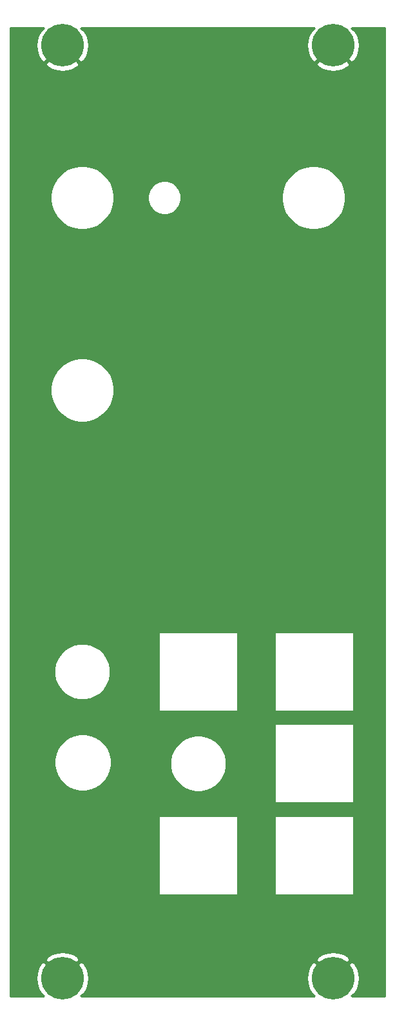
<source format=gbr>
%TF.GenerationSoftware,KiCad,Pcbnew,5.1.12-84ad8e8a86~92~ubuntu20.04.1*%
%TF.CreationDate,2021-12-18T13:57:56-05:00*%
%TF.ProjectId,front_panel,66726f6e-745f-4706-916e-656c2e6b6963,0*%
%TF.SameCoordinates,Original*%
%TF.FileFunction,Copper,L1,Top*%
%TF.FilePolarity,Positive*%
%FSLAX46Y46*%
G04 Gerber Fmt 4.6, Leading zero omitted, Abs format (unit mm)*
G04 Created by KiCad (PCBNEW 5.1.12-84ad8e8a86~92~ubuntu20.04.1) date 2021-12-18 13:57:56*
%MOMM*%
%LPD*%
G01*
G04 APERTURE LIST*
%TA.AperFunction,ComponentPad*%
%ADD10C,5.600000*%
%TD*%
%TA.AperFunction,Conductor*%
%ADD11C,0.254000*%
%TD*%
%TA.AperFunction,Conductor*%
%ADD12C,0.100000*%
%TD*%
G04 APERTURE END LIST*
D10*
%TO.P,H4,1*%
%TO.N,GND*%
X43060000Y-125500000D03*
%TD*%
%TO.P,H3,1*%
%TO.N,GND*%
X43060000Y-3000000D03*
%TD*%
%TO.P,H2,1*%
%TO.N,GND*%
X7500000Y-125500000D03*
%TD*%
%TO.P,H1,1*%
%TO.N,GND*%
X7500000Y-3000000D03*
%TD*%
D11*
%TO.N,GND*%
X5083517Y-763125D02*
X4634823Y-1075308D01*
X4314388Y-1671259D01*
X4116374Y-2318273D01*
X4048390Y-2991484D01*
X4113051Y-3665023D01*
X4307870Y-4313006D01*
X4625361Y-4910530D01*
X4634823Y-4924692D01*
X5083519Y-5236876D01*
X7320395Y-3000000D01*
X7306253Y-2985858D01*
X7485858Y-2806253D01*
X7500000Y-2820395D01*
X7514143Y-2806253D01*
X7693748Y-2985858D01*
X7679605Y-3000000D01*
X9916481Y-5236876D01*
X10365177Y-4924692D01*
X10685612Y-4328741D01*
X10883626Y-3681727D01*
X10951610Y-3008516D01*
X10886949Y-2334977D01*
X10692130Y-1686994D01*
X10374639Y-1089470D01*
X10365177Y-1075308D01*
X9916483Y-763125D01*
X10019608Y-660000D01*
X40540392Y-660000D01*
X40643517Y-763125D01*
X40194823Y-1075308D01*
X39874388Y-1671259D01*
X39676374Y-2318273D01*
X39608390Y-2991484D01*
X39673051Y-3665023D01*
X39867870Y-4313006D01*
X40185361Y-4910530D01*
X40194823Y-4924692D01*
X40643519Y-5236876D01*
X42880395Y-3000000D01*
X42866253Y-2985858D01*
X43045858Y-2806253D01*
X43060000Y-2820395D01*
X43074143Y-2806253D01*
X43253748Y-2985858D01*
X43239605Y-3000000D01*
X45476481Y-5236876D01*
X45925177Y-4924692D01*
X46245612Y-4328741D01*
X46443626Y-3681727D01*
X46511610Y-3008516D01*
X46446949Y-2334977D01*
X46252130Y-1686994D01*
X45934639Y-1089470D01*
X45925177Y-1075308D01*
X45476483Y-763125D01*
X45579608Y-660000D01*
X49840000Y-660000D01*
X49840001Y-127840000D01*
X45579608Y-127840000D01*
X45476483Y-127736875D01*
X45925177Y-127424692D01*
X46245612Y-126828741D01*
X46443626Y-126181727D01*
X46511610Y-125508516D01*
X46446949Y-124834977D01*
X46252130Y-124186994D01*
X45934639Y-123589470D01*
X45925177Y-123575308D01*
X45476481Y-123263124D01*
X43239605Y-125500000D01*
X43253748Y-125514143D01*
X43074143Y-125693748D01*
X43060000Y-125679605D01*
X43045858Y-125693748D01*
X42866253Y-125514143D01*
X42880395Y-125500000D01*
X40643519Y-123263124D01*
X40194823Y-123575308D01*
X39874388Y-124171259D01*
X39676374Y-124818273D01*
X39608390Y-125491484D01*
X39673051Y-126165023D01*
X39867870Y-126813006D01*
X40185361Y-127410530D01*
X40194823Y-127424692D01*
X40643517Y-127736875D01*
X40540392Y-127840000D01*
X10019608Y-127840000D01*
X9916483Y-127736875D01*
X10365177Y-127424692D01*
X10685612Y-126828741D01*
X10883626Y-126181727D01*
X10951610Y-125508516D01*
X10886949Y-124834977D01*
X10692130Y-124186994D01*
X10374639Y-123589470D01*
X10365177Y-123575308D01*
X9916481Y-123263124D01*
X7679605Y-125500000D01*
X7693748Y-125514143D01*
X7514143Y-125693748D01*
X7500000Y-125679605D01*
X7485858Y-125693748D01*
X7306253Y-125514143D01*
X7320395Y-125500000D01*
X5083519Y-123263124D01*
X4634823Y-123575308D01*
X4314388Y-124171259D01*
X4116374Y-124818273D01*
X4048390Y-125491484D01*
X4113051Y-126165023D01*
X4307870Y-126813006D01*
X4625361Y-127410530D01*
X4634823Y-127424692D01*
X5083517Y-127736875D01*
X4980392Y-127840000D01*
X660000Y-127840000D01*
X660000Y-123083519D01*
X5263124Y-123083519D01*
X7500000Y-125320395D01*
X9736876Y-123083519D01*
X40823124Y-123083519D01*
X43060000Y-125320395D01*
X45296876Y-123083519D01*
X44984692Y-122634823D01*
X44388741Y-122314388D01*
X43741727Y-122116374D01*
X43068516Y-122048390D01*
X42394977Y-122113051D01*
X41746994Y-122307870D01*
X41149470Y-122625361D01*
X41135308Y-122634823D01*
X40823124Y-123083519D01*
X9736876Y-123083519D01*
X9424692Y-122634823D01*
X8828741Y-122314388D01*
X8181727Y-122116374D01*
X7508516Y-122048390D01*
X6834977Y-122113051D01*
X6186994Y-122307870D01*
X5589470Y-122625361D01*
X5575308Y-122634823D01*
X5263124Y-123083519D01*
X660000Y-123083519D01*
X660000Y-104280000D01*
X20133000Y-104280000D01*
X20133000Y-114440000D01*
X20135440Y-114464776D01*
X20142667Y-114488601D01*
X20154403Y-114510557D01*
X20170197Y-114529803D01*
X20189443Y-114545597D01*
X20211399Y-114557333D01*
X20235224Y-114564560D01*
X20260000Y-114567000D01*
X30420000Y-114567000D01*
X30444776Y-114564560D01*
X30468601Y-114557333D01*
X30490557Y-114545597D01*
X30509803Y-114529803D01*
X30525597Y-114510557D01*
X30537333Y-114488601D01*
X30544560Y-114464776D01*
X30547000Y-114440000D01*
X30547000Y-104280000D01*
X35373000Y-104280000D01*
X35373000Y-114440000D01*
X35375440Y-114464776D01*
X35382667Y-114488601D01*
X35394403Y-114510557D01*
X35410197Y-114529803D01*
X35429443Y-114545597D01*
X35451399Y-114557333D01*
X35475224Y-114564560D01*
X35500000Y-114567000D01*
X45660000Y-114567000D01*
X45684776Y-114564560D01*
X45708601Y-114557333D01*
X45730557Y-114545597D01*
X45749803Y-114529803D01*
X45765597Y-114510557D01*
X45777333Y-114488601D01*
X45784560Y-114464776D01*
X45787000Y-114440000D01*
X45787000Y-104280000D01*
X45784560Y-104255224D01*
X45777333Y-104231399D01*
X45765597Y-104209443D01*
X45749803Y-104190197D01*
X45730557Y-104174403D01*
X45708601Y-104162667D01*
X45684776Y-104155440D01*
X45660000Y-104153000D01*
X35500000Y-104153000D01*
X35475224Y-104155440D01*
X35451399Y-104162667D01*
X35429443Y-104174403D01*
X35410197Y-104190197D01*
X35394403Y-104209443D01*
X35382667Y-104231399D01*
X35375440Y-104255224D01*
X35373000Y-104280000D01*
X30547000Y-104280000D01*
X30544560Y-104255224D01*
X30537333Y-104231399D01*
X30525597Y-104209443D01*
X30509803Y-104190197D01*
X30490557Y-104174403D01*
X30468601Y-104162667D01*
X30444776Y-104155440D01*
X30420000Y-104153000D01*
X20260000Y-104153000D01*
X20235224Y-104155440D01*
X20211399Y-104162667D01*
X20189443Y-104174403D01*
X20170197Y-104190197D01*
X20154403Y-104209443D01*
X20142667Y-104231399D01*
X20135440Y-104255224D01*
X20133000Y-104280000D01*
X660000Y-104280000D01*
X660000Y-96784495D01*
X6398202Y-96784495D01*
X6398202Y-97525505D01*
X6542766Y-98252276D01*
X6826338Y-98936880D01*
X7238020Y-99553007D01*
X7761993Y-100076980D01*
X8378120Y-100488662D01*
X9062724Y-100772234D01*
X9789495Y-100916798D01*
X10530505Y-100916798D01*
X11257276Y-100772234D01*
X11941880Y-100488662D01*
X12558007Y-100076980D01*
X13081980Y-99553007D01*
X13493662Y-98936880D01*
X13777234Y-98252276D01*
X13921798Y-97525505D01*
X13921798Y-96929396D01*
X21627961Y-96929396D01*
X21627961Y-97660604D01*
X21770613Y-98377762D01*
X22050434Y-99053310D01*
X22456671Y-99661287D01*
X22973713Y-100178329D01*
X23581690Y-100584566D01*
X24257238Y-100864387D01*
X24974396Y-101007039D01*
X25705604Y-101007039D01*
X26422762Y-100864387D01*
X27098310Y-100584566D01*
X27706287Y-100178329D01*
X28223329Y-99661287D01*
X28629566Y-99053310D01*
X28909387Y-98377762D01*
X29052039Y-97660604D01*
X29052039Y-96929396D01*
X28909387Y-96212238D01*
X28629566Y-95536690D01*
X28223329Y-94928713D01*
X27706287Y-94411671D01*
X27098310Y-94005434D01*
X26422762Y-93725613D01*
X25705604Y-93582961D01*
X24974396Y-93582961D01*
X24257238Y-93725613D01*
X23581690Y-94005434D01*
X22973713Y-94411671D01*
X22456671Y-94928713D01*
X22050434Y-95536690D01*
X21770613Y-96212238D01*
X21627961Y-96929396D01*
X13921798Y-96929396D01*
X13921798Y-96784495D01*
X13777234Y-96057724D01*
X13493662Y-95373120D01*
X13081980Y-94756993D01*
X12558007Y-94233020D01*
X11941880Y-93821338D01*
X11257276Y-93537766D01*
X10530505Y-93393202D01*
X9789495Y-93393202D01*
X9062724Y-93537766D01*
X8378120Y-93821338D01*
X7761993Y-94233020D01*
X7238020Y-94756993D01*
X6826338Y-95373120D01*
X6542766Y-96057724D01*
X6398202Y-96784495D01*
X660000Y-96784495D01*
X660000Y-92215000D01*
X35373000Y-92215000D01*
X35373000Y-102375000D01*
X35375440Y-102399776D01*
X35382667Y-102423601D01*
X35394403Y-102445557D01*
X35410197Y-102464803D01*
X35429443Y-102480597D01*
X35451399Y-102492333D01*
X35475224Y-102499560D01*
X35500000Y-102502000D01*
X45660000Y-102502000D01*
X45684776Y-102499560D01*
X45708601Y-102492333D01*
X45730557Y-102480597D01*
X45749803Y-102464803D01*
X45765597Y-102445557D01*
X45777333Y-102423601D01*
X45784560Y-102399776D01*
X45787000Y-102375000D01*
X45787000Y-92215000D01*
X45784560Y-92190224D01*
X45777333Y-92166399D01*
X45765597Y-92144443D01*
X45749803Y-92125197D01*
X45730557Y-92109403D01*
X45708601Y-92097667D01*
X45684776Y-92090440D01*
X45660000Y-92088000D01*
X35500000Y-92088000D01*
X35475224Y-92090440D01*
X35451399Y-92097667D01*
X35429443Y-92109403D01*
X35410197Y-92125197D01*
X35394403Y-92144443D01*
X35382667Y-92166399D01*
X35375440Y-92190224D01*
X35373000Y-92215000D01*
X660000Y-92215000D01*
X660000Y-84864396D01*
X6387961Y-84864396D01*
X6387961Y-85595604D01*
X6530613Y-86312762D01*
X6810434Y-86988310D01*
X7216671Y-87596287D01*
X7733713Y-88113329D01*
X8341690Y-88519566D01*
X9017238Y-88799387D01*
X9734396Y-88942039D01*
X10465604Y-88942039D01*
X11182762Y-88799387D01*
X11858310Y-88519566D01*
X12466287Y-88113329D01*
X12983329Y-87596287D01*
X13389566Y-86988310D01*
X13669387Y-86312762D01*
X13812039Y-85595604D01*
X13812039Y-84864396D01*
X13669387Y-84147238D01*
X13389566Y-83471690D01*
X12983329Y-82863713D01*
X12466287Y-82346671D01*
X11858310Y-81940434D01*
X11182762Y-81660613D01*
X10465604Y-81517961D01*
X9734396Y-81517961D01*
X9017238Y-81660613D01*
X8341690Y-81940434D01*
X7733713Y-82346671D01*
X7216671Y-82863713D01*
X6810434Y-83471690D01*
X6530613Y-84147238D01*
X6387961Y-84864396D01*
X660000Y-84864396D01*
X660000Y-80150000D01*
X20133000Y-80150000D01*
X20133000Y-90310000D01*
X20135440Y-90334776D01*
X20142667Y-90358601D01*
X20154403Y-90380557D01*
X20170197Y-90399803D01*
X20189443Y-90415597D01*
X20211399Y-90427333D01*
X20235224Y-90434560D01*
X20260000Y-90437000D01*
X30420000Y-90437000D01*
X30444776Y-90434560D01*
X30468601Y-90427333D01*
X30490557Y-90415597D01*
X30509803Y-90399803D01*
X30525597Y-90380557D01*
X30537333Y-90358601D01*
X30544560Y-90334776D01*
X30547000Y-90310000D01*
X30547000Y-80150000D01*
X35373000Y-80150000D01*
X35373000Y-90310000D01*
X35375440Y-90334776D01*
X35382667Y-90358601D01*
X35394403Y-90380557D01*
X35410197Y-90399803D01*
X35429443Y-90415597D01*
X35451399Y-90427333D01*
X35475224Y-90434560D01*
X35500000Y-90437000D01*
X45660000Y-90437000D01*
X45684776Y-90434560D01*
X45708601Y-90427333D01*
X45730557Y-90415597D01*
X45749803Y-90399803D01*
X45765597Y-90380557D01*
X45777333Y-90358601D01*
X45784560Y-90334776D01*
X45787000Y-90310000D01*
X45787000Y-80150000D01*
X45784560Y-80125224D01*
X45777333Y-80101399D01*
X45765597Y-80079443D01*
X45749803Y-80060197D01*
X45730557Y-80044403D01*
X45708601Y-80032667D01*
X45684776Y-80025440D01*
X45660000Y-80023000D01*
X35500000Y-80023000D01*
X35475224Y-80025440D01*
X35451399Y-80032667D01*
X35429443Y-80044403D01*
X35410197Y-80060197D01*
X35394403Y-80079443D01*
X35382667Y-80101399D01*
X35375440Y-80125224D01*
X35373000Y-80150000D01*
X30547000Y-80150000D01*
X30544560Y-80125224D01*
X30537333Y-80101399D01*
X30525597Y-80079443D01*
X30509803Y-80060197D01*
X30490557Y-80044403D01*
X30468601Y-80032667D01*
X30444776Y-80025440D01*
X30420000Y-80023000D01*
X20260000Y-80023000D01*
X20235224Y-80025440D01*
X20211399Y-80032667D01*
X20189443Y-80044403D01*
X20170197Y-80060197D01*
X20154403Y-80079443D01*
X20142667Y-80101399D01*
X20135440Y-80125224D01*
X20133000Y-80150000D01*
X660000Y-80150000D01*
X660000Y-47845387D01*
X5890369Y-47845387D01*
X5890369Y-48674613D01*
X6052142Y-49487904D01*
X6369473Y-50254008D01*
X6830166Y-50943484D01*
X7416516Y-51529834D01*
X8105992Y-51990527D01*
X8872096Y-52307858D01*
X9685387Y-52469631D01*
X10514613Y-52469631D01*
X11327904Y-52307858D01*
X12094008Y-51990527D01*
X12783484Y-51529834D01*
X13369834Y-50943484D01*
X13830527Y-50254008D01*
X14147858Y-49487904D01*
X14309631Y-48674613D01*
X14309631Y-47845387D01*
X14147858Y-47032096D01*
X13830527Y-46265992D01*
X13369834Y-45576516D01*
X12783484Y-44990166D01*
X12094008Y-44529473D01*
X11327904Y-44212142D01*
X10514613Y-44050369D01*
X9685387Y-44050369D01*
X8872096Y-44212142D01*
X8105992Y-44529473D01*
X7416516Y-44990166D01*
X6830166Y-45576516D01*
X6369473Y-46265992D01*
X6052142Y-47032096D01*
X5890369Y-47845387D01*
X660000Y-47845387D01*
X660000Y-22585387D01*
X5890369Y-22585387D01*
X5890369Y-23414613D01*
X6052142Y-24227904D01*
X6369473Y-24994008D01*
X6830166Y-25683484D01*
X7416516Y-26269834D01*
X8105992Y-26730527D01*
X8872096Y-27047858D01*
X9685387Y-27209631D01*
X10514613Y-27209631D01*
X11327904Y-27047858D01*
X12094008Y-26730527D01*
X12783484Y-26269834D01*
X13369834Y-25683484D01*
X13830527Y-24994008D01*
X14147858Y-24227904D01*
X14309631Y-23414613D01*
X14309631Y-22781422D01*
X18675738Y-22781422D01*
X18675738Y-23218578D01*
X18761023Y-23647335D01*
X18928316Y-24051215D01*
X19171187Y-24414697D01*
X19480303Y-24723813D01*
X19843785Y-24966684D01*
X20247665Y-25133977D01*
X20676422Y-25219262D01*
X21113578Y-25219262D01*
X21542335Y-25133977D01*
X21946215Y-24966684D01*
X22309697Y-24723813D01*
X22618813Y-24414697D01*
X22861684Y-24051215D01*
X23028977Y-23647335D01*
X23114262Y-23218578D01*
X23114262Y-22781422D01*
X23075269Y-22585387D01*
X36280369Y-22585387D01*
X36280369Y-23414613D01*
X36442142Y-24227904D01*
X36759473Y-24994008D01*
X37220166Y-25683484D01*
X37806516Y-26269834D01*
X38495992Y-26730527D01*
X39262096Y-27047858D01*
X40075387Y-27209631D01*
X40904613Y-27209631D01*
X41717904Y-27047858D01*
X42484008Y-26730527D01*
X43173484Y-26269834D01*
X43759834Y-25683484D01*
X44220527Y-24994008D01*
X44537858Y-24227904D01*
X44699631Y-23414613D01*
X44699631Y-22585387D01*
X44537858Y-21772096D01*
X44220527Y-21005992D01*
X43759834Y-20316516D01*
X43173484Y-19730166D01*
X42484008Y-19269473D01*
X41717904Y-18952142D01*
X40904613Y-18790369D01*
X40075387Y-18790369D01*
X39262096Y-18952142D01*
X38495992Y-19269473D01*
X37806516Y-19730166D01*
X37220166Y-20316516D01*
X36759473Y-21005992D01*
X36442142Y-21772096D01*
X36280369Y-22585387D01*
X23075269Y-22585387D01*
X23028977Y-22352665D01*
X22861684Y-21948785D01*
X22618813Y-21585303D01*
X22309697Y-21276187D01*
X21946215Y-21033316D01*
X21542335Y-20866023D01*
X21113578Y-20780738D01*
X20676422Y-20780738D01*
X20247665Y-20866023D01*
X19843785Y-21033316D01*
X19480303Y-21276187D01*
X19171187Y-21585303D01*
X18928316Y-21948785D01*
X18761023Y-22352665D01*
X18675738Y-22781422D01*
X14309631Y-22781422D01*
X14309631Y-22585387D01*
X14147858Y-21772096D01*
X13830527Y-21005992D01*
X13369834Y-20316516D01*
X12783484Y-19730166D01*
X12094008Y-19269473D01*
X11327904Y-18952142D01*
X10514613Y-18790369D01*
X9685387Y-18790369D01*
X8872096Y-18952142D01*
X8105992Y-19269473D01*
X7416516Y-19730166D01*
X6830166Y-20316516D01*
X6369473Y-21005992D01*
X6052142Y-21772096D01*
X5890369Y-22585387D01*
X660000Y-22585387D01*
X660000Y-5416481D01*
X5263124Y-5416481D01*
X5575308Y-5865177D01*
X6171259Y-6185612D01*
X6818273Y-6383626D01*
X7491484Y-6451610D01*
X8165023Y-6386949D01*
X8813006Y-6192130D01*
X9410530Y-5874639D01*
X9424692Y-5865177D01*
X9736876Y-5416481D01*
X40823124Y-5416481D01*
X41135308Y-5865177D01*
X41731259Y-6185612D01*
X42378273Y-6383626D01*
X43051484Y-6451610D01*
X43725023Y-6386949D01*
X44373006Y-6192130D01*
X44970530Y-5874639D01*
X44984692Y-5865177D01*
X45296876Y-5416481D01*
X43060000Y-3179605D01*
X40823124Y-5416481D01*
X9736876Y-5416481D01*
X7500000Y-3179605D01*
X5263124Y-5416481D01*
X660000Y-5416481D01*
X660000Y-660000D01*
X4980392Y-660000D01*
X5083517Y-763125D01*
%TA.AperFunction,Conductor*%
D12*
G36*
X5083517Y-763125D02*
G01*
X4634823Y-1075308D01*
X4314388Y-1671259D01*
X4116374Y-2318273D01*
X4048390Y-2991484D01*
X4113051Y-3665023D01*
X4307870Y-4313006D01*
X4625361Y-4910530D01*
X4634823Y-4924692D01*
X5083519Y-5236876D01*
X7320395Y-3000000D01*
X7306253Y-2985858D01*
X7485858Y-2806253D01*
X7500000Y-2820395D01*
X7514143Y-2806253D01*
X7693748Y-2985858D01*
X7679605Y-3000000D01*
X9916481Y-5236876D01*
X10365177Y-4924692D01*
X10685612Y-4328741D01*
X10883626Y-3681727D01*
X10951610Y-3008516D01*
X10886949Y-2334977D01*
X10692130Y-1686994D01*
X10374639Y-1089470D01*
X10365177Y-1075308D01*
X9916483Y-763125D01*
X10019608Y-660000D01*
X40540392Y-660000D01*
X40643517Y-763125D01*
X40194823Y-1075308D01*
X39874388Y-1671259D01*
X39676374Y-2318273D01*
X39608390Y-2991484D01*
X39673051Y-3665023D01*
X39867870Y-4313006D01*
X40185361Y-4910530D01*
X40194823Y-4924692D01*
X40643519Y-5236876D01*
X42880395Y-3000000D01*
X42866253Y-2985858D01*
X43045858Y-2806253D01*
X43060000Y-2820395D01*
X43074143Y-2806253D01*
X43253748Y-2985858D01*
X43239605Y-3000000D01*
X45476481Y-5236876D01*
X45925177Y-4924692D01*
X46245612Y-4328741D01*
X46443626Y-3681727D01*
X46511610Y-3008516D01*
X46446949Y-2334977D01*
X46252130Y-1686994D01*
X45934639Y-1089470D01*
X45925177Y-1075308D01*
X45476483Y-763125D01*
X45579608Y-660000D01*
X49840000Y-660000D01*
X49840001Y-127840000D01*
X45579608Y-127840000D01*
X45476483Y-127736875D01*
X45925177Y-127424692D01*
X46245612Y-126828741D01*
X46443626Y-126181727D01*
X46511610Y-125508516D01*
X46446949Y-124834977D01*
X46252130Y-124186994D01*
X45934639Y-123589470D01*
X45925177Y-123575308D01*
X45476481Y-123263124D01*
X43239605Y-125500000D01*
X43253748Y-125514143D01*
X43074143Y-125693748D01*
X43060000Y-125679605D01*
X43045858Y-125693748D01*
X42866253Y-125514143D01*
X42880395Y-125500000D01*
X40643519Y-123263124D01*
X40194823Y-123575308D01*
X39874388Y-124171259D01*
X39676374Y-124818273D01*
X39608390Y-125491484D01*
X39673051Y-126165023D01*
X39867870Y-126813006D01*
X40185361Y-127410530D01*
X40194823Y-127424692D01*
X40643517Y-127736875D01*
X40540392Y-127840000D01*
X10019608Y-127840000D01*
X9916483Y-127736875D01*
X10365177Y-127424692D01*
X10685612Y-126828741D01*
X10883626Y-126181727D01*
X10951610Y-125508516D01*
X10886949Y-124834977D01*
X10692130Y-124186994D01*
X10374639Y-123589470D01*
X10365177Y-123575308D01*
X9916481Y-123263124D01*
X7679605Y-125500000D01*
X7693748Y-125514143D01*
X7514143Y-125693748D01*
X7500000Y-125679605D01*
X7485858Y-125693748D01*
X7306253Y-125514143D01*
X7320395Y-125500000D01*
X5083519Y-123263124D01*
X4634823Y-123575308D01*
X4314388Y-124171259D01*
X4116374Y-124818273D01*
X4048390Y-125491484D01*
X4113051Y-126165023D01*
X4307870Y-126813006D01*
X4625361Y-127410530D01*
X4634823Y-127424692D01*
X5083517Y-127736875D01*
X4980392Y-127840000D01*
X660000Y-127840000D01*
X660000Y-123083519D01*
X5263124Y-123083519D01*
X7500000Y-125320395D01*
X9736876Y-123083519D01*
X40823124Y-123083519D01*
X43060000Y-125320395D01*
X45296876Y-123083519D01*
X44984692Y-122634823D01*
X44388741Y-122314388D01*
X43741727Y-122116374D01*
X43068516Y-122048390D01*
X42394977Y-122113051D01*
X41746994Y-122307870D01*
X41149470Y-122625361D01*
X41135308Y-122634823D01*
X40823124Y-123083519D01*
X9736876Y-123083519D01*
X9424692Y-122634823D01*
X8828741Y-122314388D01*
X8181727Y-122116374D01*
X7508516Y-122048390D01*
X6834977Y-122113051D01*
X6186994Y-122307870D01*
X5589470Y-122625361D01*
X5575308Y-122634823D01*
X5263124Y-123083519D01*
X660000Y-123083519D01*
X660000Y-104280000D01*
X20133000Y-104280000D01*
X20133000Y-114440000D01*
X20135440Y-114464776D01*
X20142667Y-114488601D01*
X20154403Y-114510557D01*
X20170197Y-114529803D01*
X20189443Y-114545597D01*
X20211399Y-114557333D01*
X20235224Y-114564560D01*
X20260000Y-114567000D01*
X30420000Y-114567000D01*
X30444776Y-114564560D01*
X30468601Y-114557333D01*
X30490557Y-114545597D01*
X30509803Y-114529803D01*
X30525597Y-114510557D01*
X30537333Y-114488601D01*
X30544560Y-114464776D01*
X30547000Y-114440000D01*
X30547000Y-104280000D01*
X35373000Y-104280000D01*
X35373000Y-114440000D01*
X35375440Y-114464776D01*
X35382667Y-114488601D01*
X35394403Y-114510557D01*
X35410197Y-114529803D01*
X35429443Y-114545597D01*
X35451399Y-114557333D01*
X35475224Y-114564560D01*
X35500000Y-114567000D01*
X45660000Y-114567000D01*
X45684776Y-114564560D01*
X45708601Y-114557333D01*
X45730557Y-114545597D01*
X45749803Y-114529803D01*
X45765597Y-114510557D01*
X45777333Y-114488601D01*
X45784560Y-114464776D01*
X45787000Y-114440000D01*
X45787000Y-104280000D01*
X45784560Y-104255224D01*
X45777333Y-104231399D01*
X45765597Y-104209443D01*
X45749803Y-104190197D01*
X45730557Y-104174403D01*
X45708601Y-104162667D01*
X45684776Y-104155440D01*
X45660000Y-104153000D01*
X35500000Y-104153000D01*
X35475224Y-104155440D01*
X35451399Y-104162667D01*
X35429443Y-104174403D01*
X35410197Y-104190197D01*
X35394403Y-104209443D01*
X35382667Y-104231399D01*
X35375440Y-104255224D01*
X35373000Y-104280000D01*
X30547000Y-104280000D01*
X30544560Y-104255224D01*
X30537333Y-104231399D01*
X30525597Y-104209443D01*
X30509803Y-104190197D01*
X30490557Y-104174403D01*
X30468601Y-104162667D01*
X30444776Y-104155440D01*
X30420000Y-104153000D01*
X20260000Y-104153000D01*
X20235224Y-104155440D01*
X20211399Y-104162667D01*
X20189443Y-104174403D01*
X20170197Y-104190197D01*
X20154403Y-104209443D01*
X20142667Y-104231399D01*
X20135440Y-104255224D01*
X20133000Y-104280000D01*
X660000Y-104280000D01*
X660000Y-96784495D01*
X6398202Y-96784495D01*
X6398202Y-97525505D01*
X6542766Y-98252276D01*
X6826338Y-98936880D01*
X7238020Y-99553007D01*
X7761993Y-100076980D01*
X8378120Y-100488662D01*
X9062724Y-100772234D01*
X9789495Y-100916798D01*
X10530505Y-100916798D01*
X11257276Y-100772234D01*
X11941880Y-100488662D01*
X12558007Y-100076980D01*
X13081980Y-99553007D01*
X13493662Y-98936880D01*
X13777234Y-98252276D01*
X13921798Y-97525505D01*
X13921798Y-96929396D01*
X21627961Y-96929396D01*
X21627961Y-97660604D01*
X21770613Y-98377762D01*
X22050434Y-99053310D01*
X22456671Y-99661287D01*
X22973713Y-100178329D01*
X23581690Y-100584566D01*
X24257238Y-100864387D01*
X24974396Y-101007039D01*
X25705604Y-101007039D01*
X26422762Y-100864387D01*
X27098310Y-100584566D01*
X27706287Y-100178329D01*
X28223329Y-99661287D01*
X28629566Y-99053310D01*
X28909387Y-98377762D01*
X29052039Y-97660604D01*
X29052039Y-96929396D01*
X28909387Y-96212238D01*
X28629566Y-95536690D01*
X28223329Y-94928713D01*
X27706287Y-94411671D01*
X27098310Y-94005434D01*
X26422762Y-93725613D01*
X25705604Y-93582961D01*
X24974396Y-93582961D01*
X24257238Y-93725613D01*
X23581690Y-94005434D01*
X22973713Y-94411671D01*
X22456671Y-94928713D01*
X22050434Y-95536690D01*
X21770613Y-96212238D01*
X21627961Y-96929396D01*
X13921798Y-96929396D01*
X13921798Y-96784495D01*
X13777234Y-96057724D01*
X13493662Y-95373120D01*
X13081980Y-94756993D01*
X12558007Y-94233020D01*
X11941880Y-93821338D01*
X11257276Y-93537766D01*
X10530505Y-93393202D01*
X9789495Y-93393202D01*
X9062724Y-93537766D01*
X8378120Y-93821338D01*
X7761993Y-94233020D01*
X7238020Y-94756993D01*
X6826338Y-95373120D01*
X6542766Y-96057724D01*
X6398202Y-96784495D01*
X660000Y-96784495D01*
X660000Y-92215000D01*
X35373000Y-92215000D01*
X35373000Y-102375000D01*
X35375440Y-102399776D01*
X35382667Y-102423601D01*
X35394403Y-102445557D01*
X35410197Y-102464803D01*
X35429443Y-102480597D01*
X35451399Y-102492333D01*
X35475224Y-102499560D01*
X35500000Y-102502000D01*
X45660000Y-102502000D01*
X45684776Y-102499560D01*
X45708601Y-102492333D01*
X45730557Y-102480597D01*
X45749803Y-102464803D01*
X45765597Y-102445557D01*
X45777333Y-102423601D01*
X45784560Y-102399776D01*
X45787000Y-102375000D01*
X45787000Y-92215000D01*
X45784560Y-92190224D01*
X45777333Y-92166399D01*
X45765597Y-92144443D01*
X45749803Y-92125197D01*
X45730557Y-92109403D01*
X45708601Y-92097667D01*
X45684776Y-92090440D01*
X45660000Y-92088000D01*
X35500000Y-92088000D01*
X35475224Y-92090440D01*
X35451399Y-92097667D01*
X35429443Y-92109403D01*
X35410197Y-92125197D01*
X35394403Y-92144443D01*
X35382667Y-92166399D01*
X35375440Y-92190224D01*
X35373000Y-92215000D01*
X660000Y-92215000D01*
X660000Y-84864396D01*
X6387961Y-84864396D01*
X6387961Y-85595604D01*
X6530613Y-86312762D01*
X6810434Y-86988310D01*
X7216671Y-87596287D01*
X7733713Y-88113329D01*
X8341690Y-88519566D01*
X9017238Y-88799387D01*
X9734396Y-88942039D01*
X10465604Y-88942039D01*
X11182762Y-88799387D01*
X11858310Y-88519566D01*
X12466287Y-88113329D01*
X12983329Y-87596287D01*
X13389566Y-86988310D01*
X13669387Y-86312762D01*
X13812039Y-85595604D01*
X13812039Y-84864396D01*
X13669387Y-84147238D01*
X13389566Y-83471690D01*
X12983329Y-82863713D01*
X12466287Y-82346671D01*
X11858310Y-81940434D01*
X11182762Y-81660613D01*
X10465604Y-81517961D01*
X9734396Y-81517961D01*
X9017238Y-81660613D01*
X8341690Y-81940434D01*
X7733713Y-82346671D01*
X7216671Y-82863713D01*
X6810434Y-83471690D01*
X6530613Y-84147238D01*
X6387961Y-84864396D01*
X660000Y-84864396D01*
X660000Y-80150000D01*
X20133000Y-80150000D01*
X20133000Y-90310000D01*
X20135440Y-90334776D01*
X20142667Y-90358601D01*
X20154403Y-90380557D01*
X20170197Y-90399803D01*
X20189443Y-90415597D01*
X20211399Y-90427333D01*
X20235224Y-90434560D01*
X20260000Y-90437000D01*
X30420000Y-90437000D01*
X30444776Y-90434560D01*
X30468601Y-90427333D01*
X30490557Y-90415597D01*
X30509803Y-90399803D01*
X30525597Y-90380557D01*
X30537333Y-90358601D01*
X30544560Y-90334776D01*
X30547000Y-90310000D01*
X30547000Y-80150000D01*
X35373000Y-80150000D01*
X35373000Y-90310000D01*
X35375440Y-90334776D01*
X35382667Y-90358601D01*
X35394403Y-90380557D01*
X35410197Y-90399803D01*
X35429443Y-90415597D01*
X35451399Y-90427333D01*
X35475224Y-90434560D01*
X35500000Y-90437000D01*
X45660000Y-90437000D01*
X45684776Y-90434560D01*
X45708601Y-90427333D01*
X45730557Y-90415597D01*
X45749803Y-90399803D01*
X45765597Y-90380557D01*
X45777333Y-90358601D01*
X45784560Y-90334776D01*
X45787000Y-90310000D01*
X45787000Y-80150000D01*
X45784560Y-80125224D01*
X45777333Y-80101399D01*
X45765597Y-80079443D01*
X45749803Y-80060197D01*
X45730557Y-80044403D01*
X45708601Y-80032667D01*
X45684776Y-80025440D01*
X45660000Y-80023000D01*
X35500000Y-80023000D01*
X35475224Y-80025440D01*
X35451399Y-80032667D01*
X35429443Y-80044403D01*
X35410197Y-80060197D01*
X35394403Y-80079443D01*
X35382667Y-80101399D01*
X35375440Y-80125224D01*
X35373000Y-80150000D01*
X30547000Y-80150000D01*
X30544560Y-80125224D01*
X30537333Y-80101399D01*
X30525597Y-80079443D01*
X30509803Y-80060197D01*
X30490557Y-80044403D01*
X30468601Y-80032667D01*
X30444776Y-80025440D01*
X30420000Y-80023000D01*
X20260000Y-80023000D01*
X20235224Y-80025440D01*
X20211399Y-80032667D01*
X20189443Y-80044403D01*
X20170197Y-80060197D01*
X20154403Y-80079443D01*
X20142667Y-80101399D01*
X20135440Y-80125224D01*
X20133000Y-80150000D01*
X660000Y-80150000D01*
X660000Y-47845387D01*
X5890369Y-47845387D01*
X5890369Y-48674613D01*
X6052142Y-49487904D01*
X6369473Y-50254008D01*
X6830166Y-50943484D01*
X7416516Y-51529834D01*
X8105992Y-51990527D01*
X8872096Y-52307858D01*
X9685387Y-52469631D01*
X10514613Y-52469631D01*
X11327904Y-52307858D01*
X12094008Y-51990527D01*
X12783484Y-51529834D01*
X13369834Y-50943484D01*
X13830527Y-50254008D01*
X14147858Y-49487904D01*
X14309631Y-48674613D01*
X14309631Y-47845387D01*
X14147858Y-47032096D01*
X13830527Y-46265992D01*
X13369834Y-45576516D01*
X12783484Y-44990166D01*
X12094008Y-44529473D01*
X11327904Y-44212142D01*
X10514613Y-44050369D01*
X9685387Y-44050369D01*
X8872096Y-44212142D01*
X8105992Y-44529473D01*
X7416516Y-44990166D01*
X6830166Y-45576516D01*
X6369473Y-46265992D01*
X6052142Y-47032096D01*
X5890369Y-47845387D01*
X660000Y-47845387D01*
X660000Y-22585387D01*
X5890369Y-22585387D01*
X5890369Y-23414613D01*
X6052142Y-24227904D01*
X6369473Y-24994008D01*
X6830166Y-25683484D01*
X7416516Y-26269834D01*
X8105992Y-26730527D01*
X8872096Y-27047858D01*
X9685387Y-27209631D01*
X10514613Y-27209631D01*
X11327904Y-27047858D01*
X12094008Y-26730527D01*
X12783484Y-26269834D01*
X13369834Y-25683484D01*
X13830527Y-24994008D01*
X14147858Y-24227904D01*
X14309631Y-23414613D01*
X14309631Y-22781422D01*
X18675738Y-22781422D01*
X18675738Y-23218578D01*
X18761023Y-23647335D01*
X18928316Y-24051215D01*
X19171187Y-24414697D01*
X19480303Y-24723813D01*
X19843785Y-24966684D01*
X20247665Y-25133977D01*
X20676422Y-25219262D01*
X21113578Y-25219262D01*
X21542335Y-25133977D01*
X21946215Y-24966684D01*
X22309697Y-24723813D01*
X22618813Y-24414697D01*
X22861684Y-24051215D01*
X23028977Y-23647335D01*
X23114262Y-23218578D01*
X23114262Y-22781422D01*
X23075269Y-22585387D01*
X36280369Y-22585387D01*
X36280369Y-23414613D01*
X36442142Y-24227904D01*
X36759473Y-24994008D01*
X37220166Y-25683484D01*
X37806516Y-26269834D01*
X38495992Y-26730527D01*
X39262096Y-27047858D01*
X40075387Y-27209631D01*
X40904613Y-27209631D01*
X41717904Y-27047858D01*
X42484008Y-26730527D01*
X43173484Y-26269834D01*
X43759834Y-25683484D01*
X44220527Y-24994008D01*
X44537858Y-24227904D01*
X44699631Y-23414613D01*
X44699631Y-22585387D01*
X44537858Y-21772096D01*
X44220527Y-21005992D01*
X43759834Y-20316516D01*
X43173484Y-19730166D01*
X42484008Y-19269473D01*
X41717904Y-18952142D01*
X40904613Y-18790369D01*
X40075387Y-18790369D01*
X39262096Y-18952142D01*
X38495992Y-19269473D01*
X37806516Y-19730166D01*
X37220166Y-20316516D01*
X36759473Y-21005992D01*
X36442142Y-21772096D01*
X36280369Y-22585387D01*
X23075269Y-22585387D01*
X23028977Y-22352665D01*
X22861684Y-21948785D01*
X22618813Y-21585303D01*
X22309697Y-21276187D01*
X21946215Y-21033316D01*
X21542335Y-20866023D01*
X21113578Y-20780738D01*
X20676422Y-20780738D01*
X20247665Y-20866023D01*
X19843785Y-21033316D01*
X19480303Y-21276187D01*
X19171187Y-21585303D01*
X18928316Y-21948785D01*
X18761023Y-22352665D01*
X18675738Y-22781422D01*
X14309631Y-22781422D01*
X14309631Y-22585387D01*
X14147858Y-21772096D01*
X13830527Y-21005992D01*
X13369834Y-20316516D01*
X12783484Y-19730166D01*
X12094008Y-19269473D01*
X11327904Y-18952142D01*
X10514613Y-18790369D01*
X9685387Y-18790369D01*
X8872096Y-18952142D01*
X8105992Y-19269473D01*
X7416516Y-19730166D01*
X6830166Y-20316516D01*
X6369473Y-21005992D01*
X6052142Y-21772096D01*
X5890369Y-22585387D01*
X660000Y-22585387D01*
X660000Y-5416481D01*
X5263124Y-5416481D01*
X5575308Y-5865177D01*
X6171259Y-6185612D01*
X6818273Y-6383626D01*
X7491484Y-6451610D01*
X8165023Y-6386949D01*
X8813006Y-6192130D01*
X9410530Y-5874639D01*
X9424692Y-5865177D01*
X9736876Y-5416481D01*
X40823124Y-5416481D01*
X41135308Y-5865177D01*
X41731259Y-6185612D01*
X42378273Y-6383626D01*
X43051484Y-6451610D01*
X43725023Y-6386949D01*
X44373006Y-6192130D01*
X44970530Y-5874639D01*
X44984692Y-5865177D01*
X45296876Y-5416481D01*
X43060000Y-3179605D01*
X40823124Y-5416481D01*
X9736876Y-5416481D01*
X7500000Y-3179605D01*
X5263124Y-5416481D01*
X660000Y-5416481D01*
X660000Y-660000D01*
X4980392Y-660000D01*
X5083517Y-763125D01*
G37*
%TD.AperFunction*%
%TD*%
M02*

</source>
